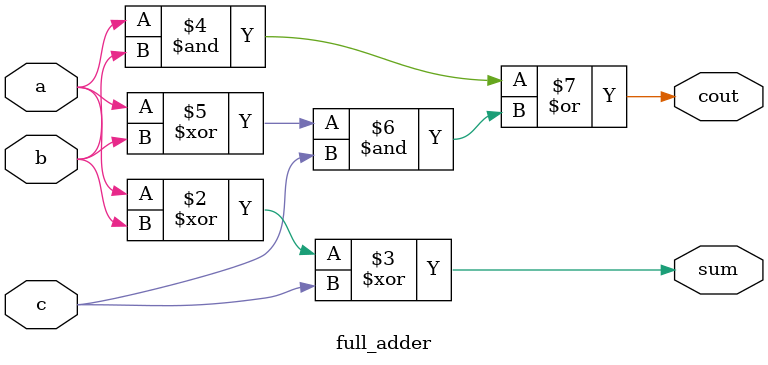
<source format=v>
module full_adder(input a,input b,input c,output reg sum,output reg cout);
always@(a or b or c) begin
sum=a^b^c;
cout=(a&b)|((a^b)&c);
end
endmodule
</source>
